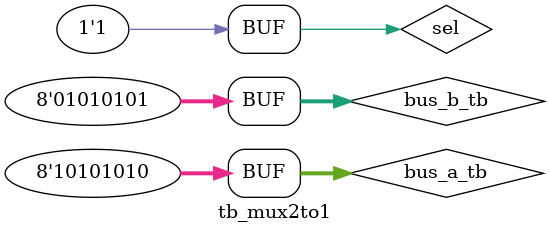
<source format=v>
`timescale 1ns/100ps


module tb_mux2to1;
  reg[7:0] bus_a_tb;
  reg[7:0] bus_b_tb;
  wire[7:0] bus_o_tb;
  reg sel;
  
  mux2to1 DUT(
    .sel(sel), 
   	.bus_a(bus_a_tb), 
    .bus_b(bus_b_tb),
    .bus_o(bus_o_tb)  
  );
  
  initial
  begin
    bus_a_tb = 8'hAA;
    bus_b_tb = 8'h55;
    
    sel = 1'b0;
    #1;
    
    sel = 1'b1;
    #1;
    
  end


endmodule
</source>
